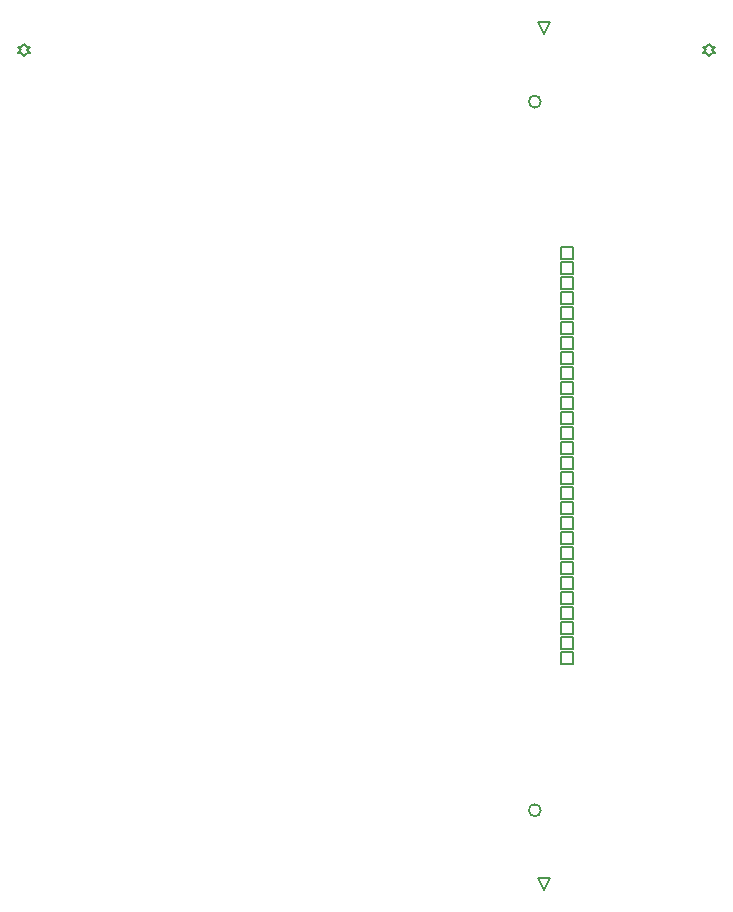
<source format=gbr>
%TF.GenerationSoftware,Altium Limited,Altium Designer,24.7.2 (38)*%
G04 Layer_Color=2752767*
%FSLAX43Y43*%
%MOMM*%
%TF.SameCoordinates,6EE5CD54-FE70-432D-B01E-CA14D31D91FF*%
%TF.FilePolarity,Positive*%
%TF.FileFunction,Drawing*%
%TF.Part,Single*%
G01*
G75*
%TA.AperFunction,NonConductor*%
%ADD33C,0.127*%
%ADD43C,0.169*%
D33*
X51458Y-57029D02*
Y-56013D01*
X52474D01*
Y-57029D01*
X51458D01*
Y-55759D02*
Y-54743D01*
X52474D01*
Y-55759D01*
X51458D01*
Y-54489D02*
Y-53473D01*
X52474D01*
Y-54489D01*
X51458D01*
Y-53219D02*
Y-52203D01*
X52474D01*
Y-53219D01*
X51458D01*
Y-51949D02*
Y-50933D01*
X52474D01*
Y-51949D01*
X51458D01*
Y-50679D02*
Y-49663D01*
X52474D01*
Y-50679D01*
X51458D01*
Y-49409D02*
Y-48393D01*
X52474D01*
Y-49409D01*
X51458D01*
Y-48139D02*
Y-47123D01*
X52474D01*
Y-48139D01*
X51458D01*
Y-46869D02*
Y-45853D01*
X52474D01*
Y-46869D01*
X51458D01*
Y-45599D02*
Y-44583D01*
X52474D01*
Y-45599D01*
X51458D01*
Y-44329D02*
Y-43313D01*
X52474D01*
Y-44329D01*
X51458D01*
Y-43059D02*
Y-42043D01*
X52474D01*
Y-43059D01*
X51458D01*
Y-41789D02*
Y-40773D01*
X52474D01*
Y-41789D01*
X51458D01*
Y-40519D02*
Y-39503D01*
X52474D01*
Y-40519D01*
X51458D01*
Y-39249D02*
Y-38233D01*
X52474D01*
Y-39249D01*
X51458D01*
Y-37979D02*
Y-36963D01*
X52474D01*
Y-37979D01*
X51458D01*
Y-36709D02*
Y-35693D01*
X52474D01*
Y-36709D01*
X51458D01*
Y-35439D02*
Y-34423D01*
X52474D01*
Y-35439D01*
X51458D01*
Y-34169D02*
Y-33153D01*
X52474D01*
Y-34169D01*
X51458D01*
Y-32899D02*
Y-31883D01*
X52474D01*
Y-32899D01*
X51458D01*
Y-31629D02*
Y-30613D01*
X52474D01*
Y-31629D01*
X51458D01*
Y-30359D02*
Y-29343D01*
X52474D01*
Y-30359D01*
X51458D01*
Y-29089D02*
Y-28073D01*
X52474D01*
Y-29089D01*
X51458D01*
Y-27819D02*
Y-26803D01*
X52474D01*
Y-27819D01*
X51458D01*
Y-26549D02*
Y-25533D01*
X52474D01*
Y-26549D01*
X51458D01*
Y-25279D02*
Y-24263D01*
X52474D01*
Y-25279D01*
X51458D01*
Y-24009D02*
Y-22993D01*
X52474D01*
Y-24009D01*
X51458D01*
Y-22739D02*
Y-21723D01*
X52474D01*
Y-22739D01*
X51458D01*
X50016Y-76084D02*
X49508Y-75068D01*
X50524D01*
X50016Y-76084D01*
Y-3684D02*
X49508Y-2668D01*
X50524D01*
X50016Y-3684D01*
X64000Y-5508D02*
X64254Y-5254D01*
X64508D01*
X64254Y-5000D01*
X64508Y-4746D01*
X64254D01*
X64000Y-4492D01*
X63746Y-4746D01*
X63492D01*
X63746Y-5000D01*
X63492Y-5254D01*
X63746D01*
X64000Y-5508D01*
X6000D02*
X6254Y-5254D01*
X6508D01*
X6254Y-5000D01*
X6508Y-4746D01*
X6254D01*
X6000Y-4492D01*
X5746Y-4746D01*
X5492D01*
X5746Y-5000D01*
X5492Y-5254D01*
X5746D01*
X6000Y-5508D01*
D43*
X49734Y-9376D02*
G03*
X49734Y-9376I-508J0D01*
G01*
Y-69376D02*
G03*
X49734Y-69376I-508J0D01*
G01*
%TF.MD5,d6a7a1f987f051688881413cac50aab4*%
M02*

</source>
